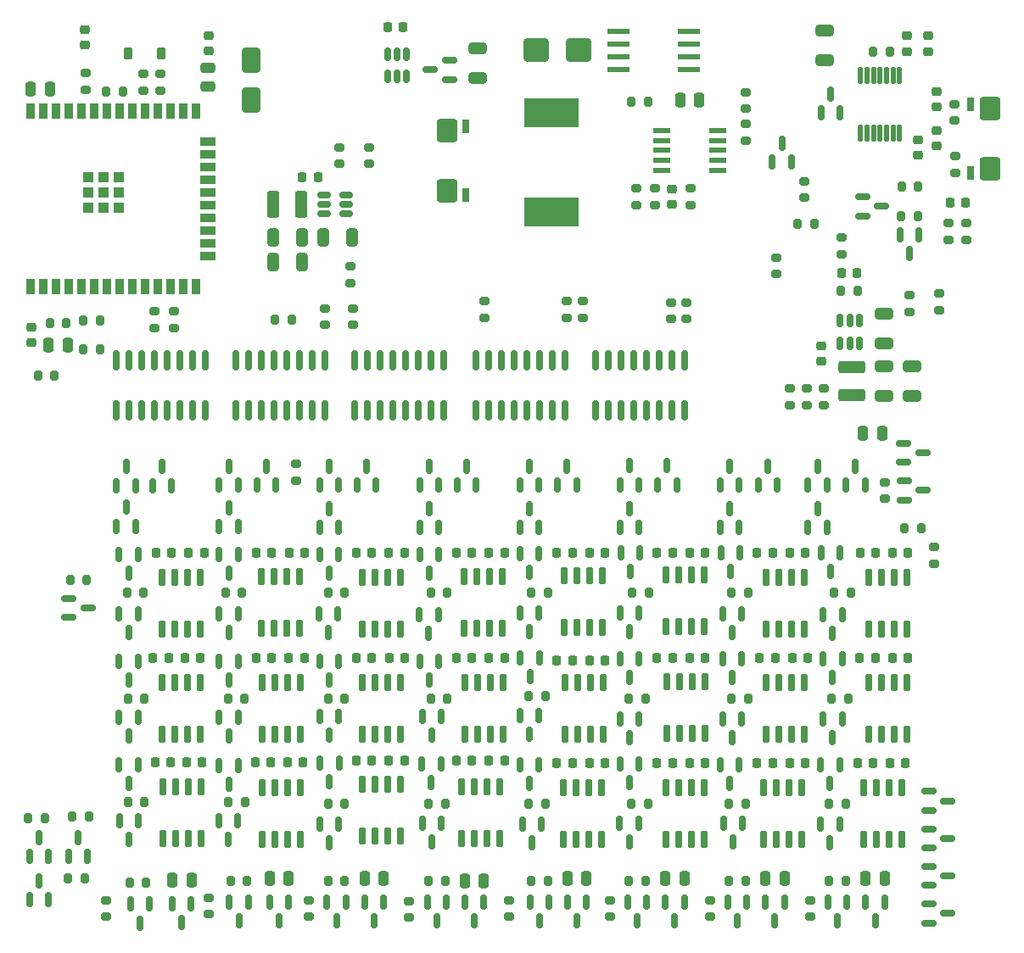
<source format=gbr>
G04 #@! TF.GenerationSoftware,KiCad,Pcbnew,7.0.8*
G04 #@! TF.CreationDate,2023-10-26T23:06:53+02:00*
G04 #@! TF.ProjectId,PlantCtrlESP32,506c616e-7443-4747-926c-45535033322e,rev?*
G04 #@! TF.SameCoordinates,Original*
G04 #@! TF.FileFunction,Paste,Bot*
G04 #@! TF.FilePolarity,Positive*
%FSLAX46Y46*%
G04 Gerber Fmt 4.6, Leading zero omitted, Abs format (unit mm)*
G04 Created by KiCad (PCBNEW 7.0.8) date 2023-10-26 23:06:53*
%MOMM*%
%LPD*%
G01*
G04 APERTURE LIST*
G04 Aperture macros list*
%AMRoundRect*
0 Rectangle with rounded corners*
0 $1 Rounding radius*
0 $2 $3 $4 $5 $6 $7 $8 $9 X,Y pos of 4 corners*
0 Add a 4 corners polygon primitive as box body*
4,1,4,$2,$3,$4,$5,$6,$7,$8,$9,$2,$3,0*
0 Add four circle primitives for the rounded corners*
1,1,$1+$1,$2,$3*
1,1,$1+$1,$4,$5*
1,1,$1+$1,$6,$7*
1,1,$1+$1,$8,$9*
0 Add four rect primitives between the rounded corners*
20,1,$1+$1,$2,$3,$4,$5,0*
20,1,$1+$1,$4,$5,$6,$7,0*
20,1,$1+$1,$6,$7,$8,$9,0*
20,1,$1+$1,$8,$9,$2,$3,0*%
G04 Aperture macros list end*
%ADD10RoundRect,0.150000X-0.150000X0.587500X-0.150000X-0.587500X0.150000X-0.587500X0.150000X0.587500X0*%
%ADD11RoundRect,0.250000X-1.075000X0.375000X-1.075000X-0.375000X1.075000X-0.375000X1.075000X0.375000X0*%
%ADD12RoundRect,0.150000X0.150000X-0.725000X0.150000X0.725000X-0.150000X0.725000X-0.150000X-0.725000X0*%
%ADD13RoundRect,0.225000X0.225000X0.250000X-0.225000X0.250000X-0.225000X-0.250000X0.225000X-0.250000X0*%
%ADD14RoundRect,0.150000X0.150000X-0.587500X0.150000X0.587500X-0.150000X0.587500X-0.150000X-0.587500X0*%
%ADD15RoundRect,0.225000X-0.250000X0.225000X-0.250000X-0.225000X0.250000X-0.225000X0.250000X0.225000X0*%
%ADD16RoundRect,0.200000X0.275000X-0.200000X0.275000X0.200000X-0.275000X0.200000X-0.275000X-0.200000X0*%
%ADD17RoundRect,0.250000X-0.475000X0.250000X-0.475000X-0.250000X0.475000X-0.250000X0.475000X0.250000X0*%
%ADD18RoundRect,0.200000X0.200000X0.275000X-0.200000X0.275000X-0.200000X-0.275000X0.200000X-0.275000X0*%
%ADD19RoundRect,0.225000X-0.225000X-0.250000X0.225000X-0.250000X0.225000X0.250000X-0.225000X0.250000X0*%
%ADD20RoundRect,0.250000X0.250000X0.475000X-0.250000X0.475000X-0.250000X-0.475000X0.250000X-0.475000X0*%
%ADD21RoundRect,0.200000X-0.200000X-0.275000X0.200000X-0.275000X0.200000X0.275000X-0.200000X0.275000X0*%
%ADD22RoundRect,0.150000X-0.587500X-0.150000X0.587500X-0.150000X0.587500X0.150000X-0.587500X0.150000X0*%
%ADD23RoundRect,0.200000X-0.275000X0.200000X-0.275000X-0.200000X0.275000X-0.200000X0.275000X0.200000X0*%
%ADD24R,0.900000X1.500000*%
%ADD25R,1.500000X0.900000*%
%ADD26R,1.050000X1.050000*%
%ADD27RoundRect,0.150000X-0.150000X0.850000X-0.150000X-0.850000X0.150000X-0.850000X0.150000X0.850000X0*%
%ADD28RoundRect,0.243600X-0.771400X0.901400X-0.771400X-0.901400X0.771400X-0.901400X0.771400X0.901400X0*%
%ADD29RoundRect,0.091200X-0.288800X0.608800X-0.288800X-0.608800X0.288800X-0.608800X0.288800X0.608800X0*%
%ADD30RoundRect,0.190000X-0.190000X0.510000X-0.190000X-0.510000X0.190000X-0.510000X0.190000X0.510000X0*%
%ADD31RoundRect,0.250000X-0.325000X-0.650000X0.325000X-0.650000X0.325000X0.650000X-0.325000X0.650000X0*%
%ADD32RoundRect,0.150000X0.587500X0.150000X-0.587500X0.150000X-0.587500X-0.150000X0.587500X-0.150000X0*%
%ADD33RoundRect,0.250000X0.325000X0.650000X-0.325000X0.650000X-0.325000X-0.650000X0.325000X-0.650000X0*%
%ADD34RoundRect,0.250000X0.375000X1.075000X-0.375000X1.075000X-0.375000X-1.075000X0.375000X-1.075000X0*%
%ADD35RoundRect,0.243600X0.771400X-0.901400X0.771400X0.901400X-0.771400X0.901400X-0.771400X-0.901400X0*%
%ADD36RoundRect,0.091200X0.288800X-0.608800X0.288800X0.608800X-0.288800X0.608800X-0.288800X-0.608800X0*%
%ADD37RoundRect,0.190000X0.190000X-0.510000X0.190000X0.510000X-0.190000X0.510000X-0.190000X-0.510000X0*%
%ADD38RoundRect,0.225000X0.250000X-0.225000X0.250000X0.225000X-0.250000X0.225000X-0.250000X-0.225000X0*%
%ADD39RoundRect,0.225000X-0.225000X-0.375000X0.225000X-0.375000X0.225000X0.375000X-0.225000X0.375000X0*%
%ADD40RoundRect,0.250000X0.650000X-0.325000X0.650000X0.325000X-0.650000X0.325000X-0.650000X-0.325000X0*%
%ADD41R,2.200000X0.600000*%
%ADD42RoundRect,0.250000X-0.650000X0.325000X-0.650000X-0.325000X0.650000X-0.325000X0.650000X0.325000X0*%
%ADD43RoundRect,0.250000X-0.250000X-0.475000X0.250000X-0.475000X0.250000X0.475000X-0.250000X0.475000X0*%
%ADD44RoundRect,0.150000X-0.150000X0.512500X-0.150000X-0.512500X0.150000X-0.512500X0.150000X0.512500X0*%
%ADD45RoundRect,0.020500X-0.184500X0.764500X-0.184500X-0.764500X0.184500X-0.764500X0.184500X0.764500X0*%
%ADD46R,1.750000X0.600000*%
%ADD47R,5.400000X2.900000*%
%ADD48RoundRect,0.250000X1.000000X0.900000X-1.000000X0.900000X-1.000000X-0.900000X1.000000X-0.900000X0*%
%ADD49RoundRect,0.250000X-0.650000X1.000000X-0.650000X-1.000000X0.650000X-1.000000X0.650000X1.000000X0*%
%ADD50RoundRect,0.150000X0.512500X0.150000X-0.512500X0.150000X-0.512500X-0.150000X0.512500X-0.150000X0*%
G04 APERTURE END LIST*
D10*
X215130000Y-129045000D03*
X217030000Y-129045000D03*
X216080000Y-130920000D03*
X210630000Y-104982500D03*
X212530000Y-104982500D03*
X211580000Y-106857500D03*
X211380000Y-129045000D03*
X213280000Y-129045000D03*
X212330000Y-130920000D03*
D11*
X253740000Y-75595000D03*
X253740000Y-78395000D03*
D12*
X198735000Y-122745000D03*
X197465000Y-122745000D03*
X196195000Y-122745000D03*
X194925000Y-122745000D03*
X194925000Y-117595000D03*
X196195000Y-117595000D03*
X197465000Y-117595000D03*
X198735000Y-117595000D03*
D13*
X255880000Y-115170000D03*
X254330000Y-115170000D03*
D14*
X192530000Y-87357500D03*
X190630000Y-87357500D03*
X191580000Y-85482500D03*
D15*
X177180000Y-41895000D03*
X177180000Y-43445000D03*
D16*
X184180000Y-71695000D03*
X184180000Y-70045000D03*
D17*
X189480000Y-45720000D03*
X189480000Y-47620000D03*
D18*
X257555000Y-44070000D03*
X255905000Y-44070000D03*
D12*
X238985000Y-101495000D03*
X237715000Y-101495000D03*
X236445000Y-101495000D03*
X235175000Y-101495000D03*
X235175000Y-96345000D03*
X236445000Y-96345000D03*
X237715000Y-96345000D03*
X238985000Y-96345000D03*
D13*
X256130000Y-94170000D03*
X254580000Y-94170000D03*
D16*
X250980000Y-79395000D03*
X250980000Y-77745000D03*
D10*
X190580000Y-120870000D03*
X192480000Y-120870000D03*
X191530000Y-122745000D03*
D19*
X247555000Y-94170000D03*
X249105000Y-94170000D03*
X204305000Y-104670000D03*
X205855000Y-104670000D03*
D20*
X197530000Y-126670000D03*
X195630000Y-126670000D03*
D21*
X221755000Y-126920000D03*
X223405000Y-126920000D03*
D10*
X220880000Y-121232500D03*
X222780000Y-121232500D03*
X221830000Y-123107500D03*
X220630000Y-115295000D03*
X222530000Y-115295000D03*
X221580000Y-117170000D03*
D19*
X257805000Y-94170000D03*
X259355000Y-94170000D03*
D22*
X261455000Y-123620000D03*
X261455000Y-121720000D03*
X263330000Y-122670000D03*
D16*
X219580000Y-130495000D03*
X219580000Y-128845000D03*
D23*
X237630000Y-57745000D03*
X237630000Y-59395000D03*
D16*
X184780000Y-47995000D03*
X184780000Y-46345000D03*
D14*
X182280000Y-91482500D03*
X180380000Y-91482500D03*
X181330000Y-89607500D03*
D10*
X200630000Y-94295000D03*
X202530000Y-94295000D03*
X201580000Y-96170000D03*
D24*
X171765000Y-50075000D03*
X173035000Y-50075000D03*
X174305000Y-50075000D03*
X175575000Y-50075000D03*
X176845000Y-50075000D03*
X178115000Y-50075000D03*
X179385000Y-50075000D03*
X180655000Y-50075000D03*
X181925000Y-50075000D03*
X183195000Y-50075000D03*
X184465000Y-50075000D03*
X185735000Y-50075000D03*
X187005000Y-50075000D03*
X188275000Y-50075000D03*
D25*
X189525000Y-53115000D03*
X189525000Y-54385000D03*
X189525000Y-55655000D03*
X189525000Y-56925000D03*
X189525000Y-58195000D03*
X189525000Y-59465000D03*
X189525000Y-60735000D03*
X189525000Y-62005000D03*
X189525000Y-63275000D03*
X189525000Y-64545000D03*
D24*
X188275000Y-67575000D03*
X187005000Y-67575000D03*
X185735000Y-67575000D03*
X184465000Y-67575000D03*
X183195000Y-67575000D03*
X181925000Y-67575000D03*
X180655000Y-67575000D03*
X179385000Y-67575000D03*
X178115000Y-67575000D03*
X176845000Y-67575000D03*
X175575000Y-67575000D03*
X174305000Y-67575000D03*
X173035000Y-67575000D03*
X171765000Y-67575000D03*
D26*
X180630000Y-56620000D03*
X179105000Y-56620000D03*
X177580000Y-56620000D03*
X180630000Y-58145000D03*
X179105000Y-58145000D03*
X177580000Y-58145000D03*
X180630000Y-59670000D03*
X179105000Y-59670000D03*
X177580000Y-59670000D03*
D13*
X235855000Y-94170000D03*
X234305000Y-94170000D03*
D19*
X227555000Y-94170000D03*
X229105000Y-94170000D03*
D14*
X206280000Y-87357500D03*
X204380000Y-87357500D03*
X205330000Y-85482500D03*
D18*
X193180000Y-119070000D03*
X191530000Y-119070000D03*
D13*
X265080000Y-59170000D03*
X263530000Y-59170000D03*
D27*
X192255000Y-74920000D03*
X193525000Y-74920000D03*
X194795000Y-74920000D03*
X196065000Y-74920000D03*
X197335000Y-74920000D03*
X198605000Y-74920000D03*
X199875000Y-74920000D03*
X201145000Y-74920000D03*
X201145000Y-79920000D03*
X199875000Y-79920000D03*
X198605000Y-79920000D03*
X197335000Y-79920000D03*
X196065000Y-79920000D03*
X194795000Y-79920000D03*
X193525000Y-79920000D03*
X192255000Y-79920000D03*
D16*
X179305000Y-130495000D03*
X179305000Y-128845000D03*
D19*
X214305000Y-114920000D03*
X215855000Y-114920000D03*
X247830000Y-104670000D03*
X249380000Y-104670000D03*
D13*
X215855000Y-94170000D03*
X214305000Y-94170000D03*
D28*
X267515000Y-49785000D03*
D29*
X265610000Y-49340000D03*
D30*
X265610000Y-56200000D03*
D28*
X267515000Y-55755000D03*
D23*
X235680000Y-69145000D03*
X235680000Y-70795000D03*
D19*
X197555000Y-104670000D03*
X199105000Y-104670000D03*
D27*
X180385000Y-74920000D03*
X181655000Y-74920000D03*
X182925000Y-74920000D03*
X184195000Y-74920000D03*
X185465000Y-74920000D03*
X186735000Y-74920000D03*
X188005000Y-74920000D03*
X189275000Y-74920000D03*
X189275000Y-79920000D03*
X188005000Y-79920000D03*
X186735000Y-79920000D03*
X185465000Y-79920000D03*
X184195000Y-79920000D03*
X182925000Y-79920000D03*
X181655000Y-79920000D03*
X180385000Y-79920000D03*
D10*
X240880000Y-100232500D03*
X242780000Y-100232500D03*
X241830000Y-102107500D03*
X235130000Y-129045000D03*
X237030000Y-129045000D03*
X236080000Y-130920000D03*
D14*
X222530000Y-87357500D03*
X220630000Y-87357500D03*
X221580000Y-85482500D03*
D31*
X195967500Y-65120000D03*
X198917500Y-65120000D03*
D21*
X201505000Y-126920000D03*
X203155000Y-126920000D03*
D22*
X261455000Y-131120000D03*
X261455000Y-129220000D03*
X263330000Y-130170000D03*
D14*
X222530000Y-91607500D03*
X220630000Y-91607500D03*
X221580000Y-89732500D03*
D32*
X213580000Y-44970000D03*
X213580000Y-46870000D03*
X211705000Y-45920000D03*
D18*
X223155000Y-108420000D03*
X221505000Y-108420000D03*
D20*
X256780000Y-82170000D03*
X254880000Y-82170000D03*
D18*
X213405000Y-98170000D03*
X211755000Y-98170000D03*
X243405000Y-98170000D03*
X241755000Y-98170000D03*
D16*
X257080000Y-88745000D03*
X257080000Y-87095000D03*
D18*
X177205000Y-126670000D03*
X175555000Y-126670000D03*
D10*
X250630000Y-121232500D03*
X252530000Y-121232500D03*
X251580000Y-123107500D03*
D12*
X238985000Y-122745000D03*
X237715000Y-122745000D03*
X236445000Y-122745000D03*
X235175000Y-122745000D03*
X235175000Y-117595000D03*
X236445000Y-117595000D03*
X237715000Y-117595000D03*
X238985000Y-117595000D03*
D22*
X261455000Y-119870000D03*
X261455000Y-117970000D03*
X263330000Y-118920000D03*
D10*
X231380000Y-129045000D03*
X233280000Y-129045000D03*
X232330000Y-130920000D03*
D12*
X218890000Y-101670000D03*
X217620000Y-101670000D03*
X216350000Y-101670000D03*
X215080000Y-101670000D03*
X215080000Y-96520000D03*
X216350000Y-96520000D03*
X217620000Y-96520000D03*
X218890000Y-96520000D03*
D19*
X227555000Y-104920000D03*
X229105000Y-104920000D03*
D18*
X223405000Y-98170000D03*
X221755000Y-98170000D03*
D16*
X189580000Y-130245000D03*
X189580000Y-128595000D03*
X203692500Y-67195000D03*
X203692500Y-65545000D03*
D18*
X250005000Y-61270000D03*
X248355000Y-61270000D03*
D12*
X208735000Y-112245000D03*
X207465000Y-112245000D03*
X206195000Y-112245000D03*
X204925000Y-112245000D03*
X204925000Y-107095000D03*
X206195000Y-107095000D03*
X207465000Y-107095000D03*
X208735000Y-107095000D03*
D20*
X227280000Y-126670000D03*
X225380000Y-126670000D03*
D23*
X246180000Y-64645000D03*
X246180000Y-66295000D03*
D16*
X247580000Y-79395000D03*
X247580000Y-77745000D03*
D14*
X173580000Y-124470000D03*
X171680000Y-124470000D03*
X172630000Y-122595000D03*
D33*
X203917500Y-62620000D03*
X200967500Y-62620000D03*
D34*
X198842500Y-59370000D03*
X196042500Y-59370000D03*
D35*
X213345000Y-57955000D03*
D36*
X215250000Y-58400000D03*
D37*
X215250000Y-51540000D03*
D35*
X213345000Y-51985000D03*
D18*
X253155000Y-119170000D03*
X251505000Y-119170000D03*
D21*
X181680000Y-127070000D03*
X183330000Y-127070000D03*
D10*
X220630000Y-110420000D03*
X222530000Y-110420000D03*
X221580000Y-112295000D03*
D27*
X216235000Y-74920000D03*
X217505000Y-74920000D03*
X218775000Y-74920000D03*
X220045000Y-74920000D03*
X221315000Y-74920000D03*
X222585000Y-74920000D03*
X223855000Y-74920000D03*
X225125000Y-74920000D03*
X225125000Y-79920000D03*
X223855000Y-79920000D03*
X222585000Y-79920000D03*
X221315000Y-79920000D03*
X220045000Y-79920000D03*
X218775000Y-79920000D03*
X217505000Y-79920000D03*
X216235000Y-79920000D03*
D14*
X185880000Y-87420000D03*
X183980000Y-87420000D03*
X184930000Y-85545000D03*
D23*
X232280000Y-57745000D03*
X232280000Y-59395000D03*
D16*
X261980000Y-95220000D03*
X261980000Y-93570000D03*
D27*
X204125000Y-74920000D03*
X205395000Y-74920000D03*
X206665000Y-74920000D03*
X207935000Y-74920000D03*
X209205000Y-74920000D03*
X210475000Y-74920000D03*
X211745000Y-74920000D03*
X213015000Y-74920000D03*
X213015000Y-79920000D03*
X211745000Y-79920000D03*
X210475000Y-79920000D03*
X209205000Y-79920000D03*
X207935000Y-79920000D03*
X206665000Y-79920000D03*
X205395000Y-79920000D03*
X204125000Y-79920000D03*
D23*
X263380000Y-61245000D03*
X263380000Y-62895000D03*
D12*
X228985000Y-112245000D03*
X227715000Y-112245000D03*
X226445000Y-112245000D03*
X225175000Y-112245000D03*
X225175000Y-107095000D03*
X226445000Y-107095000D03*
X227715000Y-107095000D03*
X228985000Y-107095000D03*
D10*
X251380000Y-129045000D03*
X253280000Y-129045000D03*
X252330000Y-130920000D03*
D21*
X251505000Y-126920000D03*
X253155000Y-126920000D03*
D12*
X218985000Y-112245000D03*
X217715000Y-112245000D03*
X216445000Y-112245000D03*
X215175000Y-112245000D03*
X215175000Y-107095000D03*
X216445000Y-107095000D03*
X217715000Y-107095000D03*
X218985000Y-107095000D03*
D20*
X238530000Y-48970000D03*
X236630000Y-48970000D03*
D10*
X230580000Y-121170000D03*
X232480000Y-121170000D03*
X231530000Y-123045000D03*
D22*
X175642500Y-100620000D03*
X175642500Y-98720000D03*
X177517500Y-99670000D03*
D19*
X187380000Y-115070000D03*
X188930000Y-115070000D03*
D12*
X198735000Y-112245000D03*
X197465000Y-112245000D03*
X196195000Y-112245000D03*
X194925000Y-112245000D03*
X194925000Y-107095000D03*
X196195000Y-107095000D03*
X197465000Y-107095000D03*
X198735000Y-107095000D03*
D18*
X178705000Y-73870000D03*
X177055000Y-73870000D03*
D14*
X251280000Y-87407500D03*
X249380000Y-87407500D03*
X250330000Y-85532500D03*
D10*
X180680000Y-120920000D03*
X182580000Y-120920000D03*
X181630000Y-122795000D03*
D19*
X257555000Y-115170000D03*
X259105000Y-115170000D03*
D10*
X230630000Y-110732500D03*
X232530000Y-110732500D03*
X231580000Y-112607500D03*
D38*
X235830000Y-59345000D03*
X235830000Y-57795000D03*
D10*
X221630000Y-129045000D03*
X223530000Y-129045000D03*
X222580000Y-130920000D03*
X241380000Y-129045000D03*
X243280000Y-129045000D03*
X242330000Y-130920000D03*
D19*
X194305000Y-94170000D03*
X195855000Y-94170000D03*
D16*
X209580000Y-130570000D03*
X209580000Y-128920000D03*
D10*
X185892500Y-129170000D03*
X187792500Y-129170000D03*
X186842500Y-131045000D03*
D12*
X259235000Y-112245000D03*
X257965000Y-112245000D03*
X256695000Y-112245000D03*
X255425000Y-112245000D03*
X255425000Y-107095000D03*
X256695000Y-107095000D03*
X257965000Y-107095000D03*
X259235000Y-107095000D03*
D19*
X217530000Y-104670000D03*
X219080000Y-104670000D03*
D18*
X177605000Y-120470000D03*
X175955000Y-120470000D03*
D16*
X183080000Y-47995000D03*
X183080000Y-46345000D03*
D21*
X211505000Y-126920000D03*
X213155000Y-126920000D03*
D18*
X253655000Y-98170000D03*
X252005000Y-98170000D03*
D12*
X208735000Y-101745000D03*
X207465000Y-101745000D03*
X206195000Y-101745000D03*
X204925000Y-101745000D03*
X204925000Y-96595000D03*
X206195000Y-96595000D03*
X207465000Y-96595000D03*
X208735000Y-96595000D03*
D18*
X260655000Y-91670000D03*
X259005000Y-91670000D03*
D38*
X171880000Y-73145000D03*
X171880000Y-71595000D03*
D20*
X257030000Y-126670000D03*
X255130000Y-126670000D03*
D18*
X203155000Y-119170000D03*
X201505000Y-119170000D03*
D12*
X188735000Y-112245000D03*
X187465000Y-112245000D03*
X186195000Y-112245000D03*
X184925000Y-112245000D03*
X184925000Y-107095000D03*
X186195000Y-107095000D03*
X187465000Y-107095000D03*
X188735000Y-107095000D03*
D21*
X179355000Y-48070000D03*
X181005000Y-48070000D03*
D38*
X259280000Y-44070000D03*
X259280000Y-42520000D03*
D39*
X181530000Y-44270000D03*
X184830000Y-44270000D03*
D10*
X190630000Y-104982500D03*
X192530000Y-104982500D03*
X191580000Y-106857500D03*
D14*
X182280000Y-87420000D03*
X180380000Y-87420000D03*
X181330000Y-85545000D03*
D12*
X258735000Y-122745000D03*
X257465000Y-122745000D03*
X256195000Y-122745000D03*
X254925000Y-122745000D03*
X254925000Y-117595000D03*
X256195000Y-117595000D03*
X257465000Y-117595000D03*
X258735000Y-117595000D03*
D21*
X175755000Y-96870000D03*
X177405000Y-96870000D03*
D10*
X230630000Y-100170000D03*
X232530000Y-100170000D03*
X231580000Y-102045000D03*
D14*
X242530000Y-91607500D03*
X240630000Y-91607500D03*
X241580000Y-89732500D03*
D19*
X207555000Y-114920000D03*
X209105000Y-114920000D03*
D14*
X251280000Y-91607500D03*
X249380000Y-91607500D03*
X250330000Y-89732500D03*
D10*
X200630000Y-104982500D03*
X202530000Y-104982500D03*
X201580000Y-106857500D03*
D27*
X228175000Y-74920000D03*
X229445000Y-74920000D03*
X230715000Y-74920000D03*
X231985000Y-74920000D03*
X233255000Y-74920000D03*
X234525000Y-74920000D03*
X235795000Y-74920000D03*
X237065000Y-74920000D03*
X237065000Y-79920000D03*
X235795000Y-79920000D03*
X234525000Y-79920000D03*
X233255000Y-79920000D03*
X231985000Y-79920000D03*
X230715000Y-79920000D03*
X229445000Y-79920000D03*
X228175000Y-79920000D03*
D40*
X256990000Y-78470000D03*
X256990000Y-75520000D03*
D18*
X213155000Y-119170000D03*
X211505000Y-119170000D03*
D19*
X224305000Y-104920000D03*
X225855000Y-104920000D03*
D10*
X200580000Y-100232500D03*
X202480000Y-100232500D03*
X201530000Y-102107500D03*
X230630000Y-115232500D03*
X232530000Y-115232500D03*
X231580000Y-117107500D03*
D20*
X173730000Y-47870000D03*
X171830000Y-47870000D03*
D10*
X240880000Y-110732500D03*
X242780000Y-110732500D03*
X241830000Y-112607500D03*
D41*
X230480000Y-42065000D03*
X230480000Y-43335000D03*
X230480000Y-44605000D03*
X230480000Y-45875000D03*
X237480000Y-45875000D03*
X237480000Y-42065000D03*
X237480000Y-43335000D03*
X237480000Y-44605000D03*
D10*
X180630000Y-94295000D03*
X182530000Y-94295000D03*
X181580000Y-96170000D03*
D18*
X233405000Y-49070000D03*
X231755000Y-49070000D03*
D12*
X248735000Y-122745000D03*
X247465000Y-122745000D03*
X246195000Y-122745000D03*
X244925000Y-122745000D03*
X244925000Y-117595000D03*
X246195000Y-117595000D03*
X247465000Y-117595000D03*
X248735000Y-117595000D03*
D10*
X191630000Y-129045000D03*
X193530000Y-129045000D03*
X192580000Y-130920000D03*
D18*
X203155000Y-108670000D03*
X201505000Y-108670000D03*
D23*
X203980000Y-69745000D03*
X203980000Y-71395000D03*
D10*
X240680000Y-94170000D03*
X242580000Y-94170000D03*
X241630000Y-96045000D03*
D38*
X261380000Y-44070000D03*
X261380000Y-42520000D03*
D23*
X234080000Y-57745000D03*
X234080000Y-59395000D03*
D10*
X180630000Y-100232500D03*
X182530000Y-100232500D03*
X181580000Y-102107500D03*
D21*
X258665000Y-60545000D03*
X260315000Y-60545000D03*
D10*
X190630000Y-110545000D03*
X192530000Y-110545000D03*
X191580000Y-112420000D03*
D14*
X255080000Y-87407500D03*
X253180000Y-87407500D03*
X254130000Y-85532500D03*
D19*
X184205000Y-115070000D03*
X185755000Y-115070000D03*
D22*
X254865000Y-60495000D03*
X254865000Y-58595000D03*
X256740000Y-59545000D03*
X258955000Y-85120000D03*
X258955000Y-83220000D03*
X260830000Y-84170000D03*
D12*
X208735000Y-122420000D03*
X207465000Y-122420000D03*
X206195000Y-122420000D03*
X204925000Y-122420000D03*
X204925000Y-117270000D03*
X206195000Y-117270000D03*
X207465000Y-117270000D03*
X208735000Y-117270000D03*
D10*
X180630000Y-115332500D03*
X182530000Y-115332500D03*
X181580000Y-117207500D03*
D16*
X249580000Y-130495000D03*
X249580000Y-128845000D03*
D42*
X251080000Y-41970000D03*
X251080000Y-44920000D03*
D19*
X237555000Y-104670000D03*
X239105000Y-104670000D03*
D14*
X236280000Y-87345000D03*
X234380000Y-87345000D03*
X235330000Y-85470000D03*
D10*
X225380000Y-129045000D03*
X227280000Y-129045000D03*
X226330000Y-130920000D03*
X200630000Y-110482500D03*
X202530000Y-110482500D03*
X201580000Y-112357500D03*
X255130000Y-129045000D03*
X257030000Y-129045000D03*
X256080000Y-130920000D03*
D14*
X202530000Y-91607500D03*
X200630000Y-91607500D03*
X201580000Y-89732500D03*
D10*
X190630000Y-100232500D03*
X192530000Y-100232500D03*
X191580000Y-102107500D03*
D21*
X241505000Y-126920000D03*
X243155000Y-126920000D03*
D12*
X248985000Y-101745000D03*
X247715000Y-101745000D03*
X246445000Y-101745000D03*
X245175000Y-101745000D03*
X245175000Y-96595000D03*
X246445000Y-96595000D03*
X247715000Y-96595000D03*
X248985000Y-96595000D03*
D18*
X183180000Y-108670000D03*
X181530000Y-108670000D03*
D12*
X248985000Y-112245000D03*
X247715000Y-112245000D03*
X246445000Y-112245000D03*
X245175000Y-112245000D03*
X245175000Y-107095000D03*
X246445000Y-107095000D03*
X247715000Y-107095000D03*
X248985000Y-107095000D03*
X239100000Y-112170000D03*
X237830000Y-112170000D03*
X236560000Y-112170000D03*
X235290000Y-112170000D03*
X235290000Y-107020000D03*
X236560000Y-107020000D03*
X237830000Y-107020000D03*
X239100000Y-107020000D03*
D16*
X229580000Y-130495000D03*
X229580000Y-128845000D03*
D23*
X262480000Y-68245000D03*
X262480000Y-69895000D03*
D10*
X181755000Y-129232500D03*
X183655000Y-129232500D03*
X182705000Y-131107500D03*
D13*
X245855000Y-115170000D03*
X244305000Y-115170000D03*
D18*
X193155000Y-108670000D03*
X191505000Y-108670000D03*
D12*
X228830000Y-101570000D03*
X227560000Y-101570000D03*
X226290000Y-101570000D03*
X225020000Y-101570000D03*
X225020000Y-96420000D03*
X226290000Y-96420000D03*
X227560000Y-96420000D03*
X228830000Y-96420000D03*
D13*
X256080000Y-104670000D03*
X254530000Y-104670000D03*
X225855000Y-94170000D03*
X224305000Y-94170000D03*
D23*
X217080000Y-69045000D03*
X217080000Y-70695000D03*
D15*
X260380000Y-52920000D03*
X260380000Y-54470000D03*
D43*
X173605000Y-73370000D03*
X175505000Y-73370000D03*
D14*
X252580000Y-50195000D03*
X250680000Y-50195000D03*
X251630000Y-48320000D03*
D19*
X227555000Y-115170000D03*
X229105000Y-115170000D03*
D18*
X213405000Y-108670000D03*
X211755000Y-108670000D03*
D12*
X198640000Y-101670000D03*
X197370000Y-101670000D03*
X196100000Y-101670000D03*
X194830000Y-101670000D03*
X194830000Y-96520000D03*
X196100000Y-96520000D03*
X197370000Y-96520000D03*
X198640000Y-96520000D03*
D13*
X235855000Y-104670000D03*
X234305000Y-104670000D03*
D10*
X195630000Y-129045000D03*
X197530000Y-129045000D03*
X196580000Y-130920000D03*
D18*
X192905000Y-98170000D03*
X191255000Y-98170000D03*
D10*
X230680000Y-94170000D03*
X232580000Y-94170000D03*
X231630000Y-96045000D03*
D44*
X252590000Y-70970000D03*
X253540000Y-70970000D03*
X254490000Y-70970000D03*
X254490000Y-73245000D03*
X253540000Y-73245000D03*
X252590000Y-73245000D03*
D10*
X210880000Y-121170000D03*
X212780000Y-121170000D03*
X211830000Y-123045000D03*
X201380000Y-129045000D03*
X203280000Y-129045000D03*
X202330000Y-130920000D03*
D23*
X237280000Y-69145000D03*
X237280000Y-70795000D03*
D13*
X235855000Y-115170000D03*
X234305000Y-115170000D03*
X245855000Y-94170000D03*
X244305000Y-94170000D03*
D19*
X257830000Y-104670000D03*
X259380000Y-104670000D03*
D23*
X243180000Y-48145000D03*
X243180000Y-49795000D03*
D14*
X247730000Y-55145000D03*
X245830000Y-55145000D03*
X246780000Y-53270000D03*
D18*
X173230000Y-120670000D03*
X171580000Y-120670000D03*
D16*
X199580000Y-130495000D03*
X199580000Y-128845000D03*
D10*
X250680000Y-94170000D03*
X252580000Y-94170000D03*
X251630000Y-96045000D03*
X200630000Y-121232500D03*
X202530000Y-121232500D03*
X201580000Y-123107500D03*
X190630000Y-94295000D03*
X192530000Y-94295000D03*
X191580000Y-96170000D03*
D18*
X233155000Y-108670000D03*
X231505000Y-108670000D03*
D15*
X262180000Y-51995000D03*
X262180000Y-53545000D03*
D18*
X254315000Y-67995000D03*
X252665000Y-67995000D03*
D22*
X258967500Y-88870000D03*
X258967500Y-86970000D03*
X260842500Y-87920000D03*
D10*
X205130000Y-129045000D03*
X207030000Y-129045000D03*
X206080000Y-130920000D03*
D14*
X216280000Y-87357500D03*
X214380000Y-87357500D03*
X215330000Y-85482500D03*
D19*
X237555000Y-115170000D03*
X239105000Y-115170000D03*
D16*
X201180000Y-71395000D03*
X201180000Y-69745000D03*
D20*
X247030000Y-126670000D03*
X245130000Y-126670000D03*
D12*
X218600000Y-122670000D03*
X217330000Y-122670000D03*
X216060000Y-122670000D03*
X214790000Y-122670000D03*
X214790000Y-117520000D03*
X216060000Y-117520000D03*
X217330000Y-117520000D03*
X218600000Y-117520000D03*
D38*
X262180000Y-49645000D03*
X262180000Y-48095000D03*
D10*
X240630000Y-115295000D03*
X242530000Y-115295000D03*
X241580000Y-117170000D03*
D16*
X252740000Y-64320000D03*
X252740000Y-62670000D03*
D10*
X240880000Y-104732500D03*
X242780000Y-104732500D03*
X241830000Y-106607500D03*
D20*
X217030000Y-126920000D03*
X215130000Y-126920000D03*
D18*
X183080000Y-98170000D03*
X181430000Y-98170000D03*
D10*
X210630000Y-94295000D03*
X212530000Y-94295000D03*
X211580000Y-96170000D03*
D12*
X228735000Y-122745000D03*
X227465000Y-122745000D03*
X226195000Y-122745000D03*
X224925000Y-122745000D03*
X224925000Y-117595000D03*
X226195000Y-117595000D03*
X227465000Y-117595000D03*
X228735000Y-117595000D03*
D19*
X217555000Y-114920000D03*
X219105000Y-114920000D03*
D23*
X198330000Y-85270000D03*
X198330000Y-86920000D03*
D14*
X232530000Y-87345000D03*
X230630000Y-87345000D03*
X231580000Y-85470000D03*
D19*
X184305000Y-94170000D03*
X185855000Y-94170000D03*
D12*
X188830000Y-122670000D03*
X187560000Y-122670000D03*
X186290000Y-122670000D03*
X185020000Y-122670000D03*
X185020000Y-117520000D03*
X186290000Y-117520000D03*
X187560000Y-117520000D03*
X188830000Y-117520000D03*
D10*
X230630000Y-104732500D03*
X232530000Y-104732500D03*
X231580000Y-106607500D03*
D14*
X196280000Y-87357500D03*
X194380000Y-87357500D03*
X195330000Y-85482500D03*
D19*
X204305000Y-114920000D03*
X205855000Y-114920000D03*
D18*
X203155000Y-98170000D03*
X201505000Y-98170000D03*
D10*
X210880000Y-110482500D03*
X212780000Y-110482500D03*
X211830000Y-112357500D03*
X220630000Y-94232500D03*
X222530000Y-94232500D03*
X221580000Y-96107500D03*
D42*
X256990000Y-70270000D03*
X256990000Y-73220000D03*
D12*
X259235000Y-101745000D03*
X257965000Y-101745000D03*
X256695000Y-101745000D03*
X255425000Y-101745000D03*
X255425000Y-96595000D03*
X256695000Y-96595000D03*
X257965000Y-96595000D03*
X259235000Y-96595000D03*
D10*
X250630000Y-115295000D03*
X252530000Y-115295000D03*
X251580000Y-117170000D03*
D16*
X186080000Y-71695000D03*
X186080000Y-70045000D03*
D20*
X237030000Y-126670000D03*
X235130000Y-126670000D03*
D10*
X245130000Y-129045000D03*
X247030000Y-129045000D03*
X246080000Y-130920000D03*
D45*
X254630000Y-46500000D03*
X255280000Y-46500000D03*
X255930000Y-46500000D03*
X256580000Y-46500000D03*
X257230000Y-46500000D03*
X257880000Y-46500000D03*
X258530000Y-46500000D03*
X258530000Y-52240000D03*
X257880000Y-52240000D03*
X257230000Y-52240000D03*
X256580000Y-52240000D03*
X255930000Y-52240000D03*
X255280000Y-52240000D03*
X254630000Y-52240000D03*
D20*
X207030000Y-126670000D03*
X205130000Y-126670000D03*
D19*
X187580000Y-94170000D03*
X189130000Y-94170000D03*
D14*
X212530000Y-87357500D03*
X210630000Y-87357500D03*
X211580000Y-85482500D03*
D12*
X188735000Y-101745000D03*
X187465000Y-101745000D03*
X186195000Y-101745000D03*
X184925000Y-101745000D03*
X184925000Y-96595000D03*
X186195000Y-96595000D03*
X187465000Y-96595000D03*
X188735000Y-96595000D03*
D13*
X208955000Y-41670000D03*
X207405000Y-41670000D03*
D23*
X226880000Y-69045000D03*
X226880000Y-70695000D03*
D19*
X204305000Y-94170000D03*
X205855000Y-94170000D03*
D18*
X243155000Y-119170000D03*
X241505000Y-119170000D03*
D10*
X220680000Y-104670000D03*
X222580000Y-104670000D03*
X221630000Y-106545000D03*
D19*
X197580000Y-94170000D03*
X199130000Y-94170000D03*
D18*
X243405000Y-108670000D03*
X241755000Y-108670000D03*
D16*
X239580000Y-130495000D03*
X239580000Y-128845000D03*
D10*
X250880000Y-104732500D03*
X252780000Y-104732500D03*
X251830000Y-106607500D03*
D14*
X242530000Y-87407500D03*
X240630000Y-87407500D03*
X241580000Y-85532500D03*
D10*
X180630000Y-110532500D03*
X182530000Y-110532500D03*
X181580000Y-112407500D03*
X190630000Y-115395000D03*
X192530000Y-115395000D03*
X191580000Y-117270000D03*
D16*
X243180000Y-52995000D03*
X243180000Y-51345000D03*
D15*
X250740000Y-73470000D03*
X250740000Y-75020000D03*
D16*
X265180000Y-62870000D03*
X265180000Y-61220000D03*
D10*
X258540000Y-62420000D03*
X260440000Y-62420000D03*
X259490000Y-64295000D03*
D14*
X232530000Y-91607500D03*
X230630000Y-91607500D03*
X231580000Y-89732500D03*
D13*
X254265000Y-66245000D03*
X252715000Y-66245000D03*
D10*
X210580000Y-100295000D03*
X212480000Y-100295000D03*
X211530000Y-102170000D03*
D14*
X212530000Y-91607500D03*
X210630000Y-91607500D03*
X211580000Y-89732500D03*
D46*
X240380000Y-51970000D03*
X240380000Y-52970000D03*
X240380000Y-53970000D03*
X240380000Y-54970000D03*
X240380000Y-55970000D03*
X234780000Y-55970000D03*
X234780000Y-54970000D03*
X234780000Y-53970000D03*
X234780000Y-52970000D03*
X234780000Y-51970000D03*
D10*
X200680000Y-115170000D03*
X202580000Y-115170000D03*
X201630000Y-117045000D03*
D19*
X194305000Y-104670000D03*
X195855000Y-104670000D03*
D44*
X207430000Y-44332500D03*
X208380000Y-44332500D03*
X209330000Y-44332500D03*
X209330000Y-46607500D03*
X208380000Y-46607500D03*
X207430000Y-46607500D03*
D14*
X202530000Y-87357500D03*
X200630000Y-87357500D03*
X201580000Y-85482500D03*
D18*
X233480000Y-98170000D03*
X231830000Y-98170000D03*
D23*
X259490000Y-68420000D03*
X259490000Y-70070000D03*
D18*
X223155000Y-119170000D03*
X221505000Y-119170000D03*
D47*
X223780000Y-50220000D03*
X223780000Y-60120000D03*
D10*
X250880000Y-100295000D03*
X252780000Y-100295000D03*
X251830000Y-102170000D03*
D19*
X247555000Y-115170000D03*
X249105000Y-115170000D03*
D18*
X233405000Y-119170000D03*
X231755000Y-119170000D03*
D10*
X220630000Y-100170000D03*
X222530000Y-100170000D03*
X221580000Y-102045000D03*
D18*
X253405000Y-108670000D03*
X251755000Y-108670000D03*
D14*
X192530000Y-91545000D03*
X190630000Y-91545000D03*
X191580000Y-89670000D03*
D23*
X205580000Y-53645000D03*
X205580000Y-55295000D03*
D18*
X175380000Y-71170000D03*
X173730000Y-71170000D03*
D48*
X226530000Y-43970000D03*
X222230000Y-43970000D03*
D14*
X173580000Y-128807500D03*
X171680000Y-128807500D03*
X172630000Y-126932500D03*
D40*
X216380000Y-46720000D03*
X216380000Y-43770000D03*
D16*
X249280000Y-79395000D03*
X249280000Y-77745000D03*
D13*
X225855000Y-115170000D03*
X224305000Y-115170000D03*
D19*
X184005000Y-104670000D03*
X185555000Y-104670000D03*
D14*
X246330000Y-87407500D03*
X244430000Y-87407500D03*
X245380000Y-85532500D03*
D19*
X237555000Y-94170000D03*
X239105000Y-94170000D03*
D23*
X264080000Y-54545000D03*
X264080000Y-56195000D03*
D16*
X263980000Y-50995000D03*
X263980000Y-49345000D03*
D13*
X200467500Y-56620000D03*
X198917500Y-56620000D03*
D15*
X189580000Y-42495000D03*
X189580000Y-44045000D03*
D23*
X202580000Y-53645000D03*
X202580000Y-55295000D03*
D10*
X180630000Y-104995000D03*
X182530000Y-104995000D03*
X181580000Y-106870000D03*
X210830000Y-115232500D03*
X212730000Y-115232500D03*
X211780000Y-117107500D03*
D19*
X214280000Y-104670000D03*
X215830000Y-104670000D03*
D22*
X261455000Y-127370000D03*
X261455000Y-125470000D03*
X263330000Y-126420000D03*
D14*
X177480000Y-124470000D03*
X175580000Y-124470000D03*
X176530000Y-122595000D03*
D19*
X217555000Y-94170000D03*
X219105000Y-94170000D03*
D16*
X177280000Y-47895000D03*
X177280000Y-46245000D03*
D49*
X193780000Y-44970000D03*
X193780000Y-48970000D03*
D19*
X187180000Y-104670000D03*
X188730000Y-104670000D03*
D23*
X225280000Y-69045000D03*
X225280000Y-70695000D03*
D50*
X203330000Y-58420000D03*
X203330000Y-59370000D03*
X203330000Y-60320000D03*
X201055000Y-60320000D03*
X201055000Y-59370000D03*
X201055000Y-58420000D03*
D40*
X259740000Y-78470000D03*
X259740000Y-75520000D03*
D20*
X187855000Y-126870000D03*
X185955000Y-126870000D03*
D19*
X207580000Y-104670000D03*
X209130000Y-104670000D03*
D18*
X197830000Y-70870000D03*
X196180000Y-70870000D03*
D10*
X250880000Y-110732500D03*
X252780000Y-110732500D03*
X251830000Y-112607500D03*
X240930000Y-121170000D03*
X242830000Y-121170000D03*
X241880000Y-123045000D03*
D19*
X197430000Y-115070000D03*
X198980000Y-115070000D03*
X207555000Y-94170000D03*
X209105000Y-94170000D03*
D18*
X174205000Y-76470000D03*
X172555000Y-76470000D03*
D13*
X246105000Y-104670000D03*
X244555000Y-104670000D03*
D21*
X191755000Y-126920000D03*
X193405000Y-126920000D03*
D16*
X248980000Y-58695000D03*
X248980000Y-57045000D03*
D31*
X195967500Y-62620000D03*
X198917500Y-62620000D03*
D18*
X183180000Y-119070000D03*
X181530000Y-119070000D03*
D14*
X226280000Y-87357500D03*
X224380000Y-87357500D03*
X225330000Y-85482500D03*
D18*
X260365000Y-57545000D03*
X258715000Y-57545000D03*
D21*
X177055000Y-70970000D03*
X178705000Y-70970000D03*
X231505000Y-126920000D03*
X233155000Y-126920000D03*
D19*
X194230000Y-115070000D03*
X195780000Y-115070000D03*
M02*

</source>
